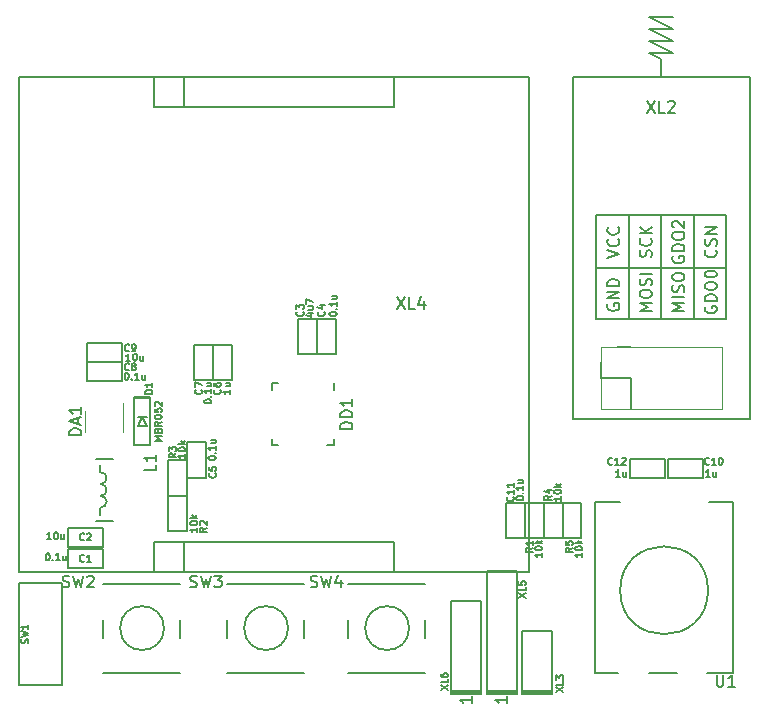
<source format=gbr>
G04 #@! TF.FileFunction,Legend,Top*
%FSLAX46Y46*%
G04 Gerber Fmt 4.6, Leading zero omitted, Abs format (unit mm)*
G04 Created by KiCad (PCBNEW 4.0.2-stable) date 22/10/2018 19:31:19*
%MOMM*%
G01*
G04 APERTURE LIST*
%ADD10C,0.100000*%
%ADD11C,0.150000*%
%ADD12C,0.120000*%
%ADD13C,0.149860*%
G04 APERTURE END LIST*
D10*
D11*
X96390000Y-37800000D02*
X96390000Y-79710000D01*
X53210000Y-37800000D02*
X53210000Y-79710000D01*
X67180000Y-77170000D02*
X67180000Y-79710000D01*
X64640000Y-79710000D02*
X64640000Y-77170000D01*
X64640000Y-77170000D02*
X84960000Y-77170000D01*
X84960000Y-77170000D02*
X84960000Y-79710000D01*
X67180000Y-37800000D02*
X67180000Y-40340000D01*
X74800000Y-79710000D02*
X53210000Y-79710000D01*
X53210000Y-37800000D02*
X64640000Y-37800000D01*
X74800000Y-79710000D02*
X96390000Y-79710000D01*
X96390000Y-37800000D02*
X84960000Y-37800000D01*
X64640000Y-37800000D02*
X64640000Y-40340000D01*
X64640000Y-40340000D02*
X84960000Y-40340000D01*
X84960000Y-40340000D02*
X84960000Y-37800000D01*
X84960000Y-37800000D02*
X64640000Y-37800000D01*
X57300000Y-78600000D02*
X57300000Y-77800000D01*
X57300000Y-77800000D02*
X60300000Y-77800000D01*
X60300000Y-77800000D02*
X60300000Y-79400000D01*
X60300000Y-79400000D02*
X57300000Y-79400000D01*
X57300000Y-79400000D02*
X57300000Y-78600000D01*
X57300000Y-76800000D02*
X57300000Y-76000000D01*
X57300000Y-76000000D02*
X60300000Y-76000000D01*
X60300000Y-76000000D02*
X60300000Y-77600000D01*
X60300000Y-77600000D02*
X57300000Y-77600000D01*
X57300000Y-77600000D02*
X57300000Y-76800000D01*
X77600000Y-61300000D02*
X76800000Y-61300000D01*
X76800000Y-61300000D02*
X76800000Y-58300000D01*
X76800000Y-58300000D02*
X78400000Y-58300000D01*
X78400000Y-58300000D02*
X78400000Y-61300000D01*
X78400000Y-61300000D02*
X77600000Y-61300000D01*
X79200000Y-61300000D02*
X78400000Y-61300000D01*
X78400000Y-61300000D02*
X78400000Y-58300000D01*
X78400000Y-58300000D02*
X80000000Y-58300000D01*
X80000000Y-58300000D02*
X80000000Y-61300000D01*
X80000000Y-61300000D02*
X79200000Y-61300000D01*
X68200000Y-68750000D02*
X69000000Y-68750000D01*
X69000000Y-68750000D02*
X69000000Y-71750000D01*
X69000000Y-71750000D02*
X67400000Y-71750000D01*
X67400000Y-71750000D02*
X67400000Y-68750000D01*
X67400000Y-68750000D02*
X68200000Y-68750000D01*
X70400000Y-63500000D02*
X69600000Y-63500000D01*
X69600000Y-63500000D02*
X69600000Y-60500000D01*
X69600000Y-60500000D02*
X71200000Y-60500000D01*
X71200000Y-60500000D02*
X71200000Y-63500000D01*
X71200000Y-63500000D02*
X70400000Y-63500000D01*
X68800000Y-63500000D02*
X68000000Y-63500000D01*
X68000000Y-63500000D02*
X68000000Y-60500000D01*
X68000000Y-60500000D02*
X69600000Y-60500000D01*
X69600000Y-60500000D02*
X69600000Y-63500000D01*
X69600000Y-63500000D02*
X68800000Y-63500000D01*
X61900000Y-62800000D02*
X61900000Y-63600000D01*
X61900000Y-63600000D02*
X58900000Y-63600000D01*
X58900000Y-63600000D02*
X58900000Y-62000000D01*
X58900000Y-62000000D02*
X61900000Y-62000000D01*
X61900000Y-62000000D02*
X61900000Y-62800000D01*
X61900000Y-61200000D02*
X61900000Y-62000000D01*
X61900000Y-62000000D02*
X58900000Y-62000000D01*
X58900000Y-62000000D02*
X58900000Y-60400000D01*
X58900000Y-60400000D02*
X61900000Y-60400000D01*
X61900000Y-60400000D02*
X61900000Y-61200000D01*
X111100000Y-71000000D02*
X111100000Y-71800000D01*
X111100000Y-71800000D02*
X108100000Y-71800000D01*
X108100000Y-71800000D02*
X108100000Y-70200000D01*
X108100000Y-70200000D02*
X111100000Y-70200000D01*
X111100000Y-70200000D02*
X111100000Y-71000000D01*
X95200000Y-73900000D02*
X96000000Y-73900000D01*
X96000000Y-73900000D02*
X96000000Y-76900000D01*
X96000000Y-76900000D02*
X94400000Y-76900000D01*
X94400000Y-76900000D02*
X94400000Y-73900000D01*
X94400000Y-73900000D02*
X95200000Y-73900000D01*
X104900000Y-71000000D02*
X104900000Y-70200000D01*
X104900000Y-70200000D02*
X107900000Y-70200000D01*
X107900000Y-70200000D02*
X107900000Y-71800000D01*
X107900000Y-71800000D02*
X104900000Y-71800000D01*
X104900000Y-71800000D02*
X104900000Y-71000000D01*
X64300000Y-65000000D02*
X64300000Y-64900000D01*
X64300000Y-64900000D02*
X62900000Y-64900000D01*
X62900000Y-64900000D02*
X62900000Y-65000000D01*
X64300000Y-65000000D02*
X64300000Y-69000000D01*
X64300000Y-69000000D02*
X62900000Y-69000000D01*
X62900000Y-69000000D02*
X62900000Y-65000000D01*
X62900000Y-65000000D02*
X64300000Y-65000000D01*
X63219000Y-66619000D02*
X63981000Y-66619000D01*
X63600000Y-67381000D02*
X63981000Y-67381000D01*
X63981000Y-67381000D02*
X63600000Y-66619000D01*
X63600000Y-66619000D02*
X63219000Y-67381000D01*
X63219000Y-67381000D02*
X63600000Y-67381000D01*
X79825000Y-69025000D02*
X79300000Y-69025000D01*
X74575000Y-63775000D02*
X75100000Y-63775000D01*
X74575000Y-69025000D02*
X75100000Y-69025000D01*
X79825000Y-63775000D02*
X79825000Y-64300000D01*
X74575000Y-63775000D02*
X74575000Y-64300000D01*
X74575000Y-69025000D02*
X74575000Y-68500000D01*
X79825000Y-69025000D02*
X79825000Y-68500000D01*
X60000000Y-74300000D02*
X60000000Y-74900000D01*
X60000000Y-70700000D02*
X60000000Y-71300000D01*
X60100000Y-74300000D02*
G75*
G03X60600000Y-73800000I0J500000D01*
G01*
X60600000Y-73800000D02*
G75*
G03X60100000Y-73300000I-500000J0D01*
G01*
X60100000Y-73300000D02*
G75*
G03X60600000Y-72800000I0J500000D01*
G01*
X60600000Y-72800000D02*
G75*
G03X60100000Y-72300000I-500000J0D01*
G01*
X60100000Y-72300000D02*
G75*
G03X60600000Y-71800000I0J500000D01*
G01*
X60600000Y-71800000D02*
G75*
G03X60100000Y-71300000I-500000J0D01*
G01*
X61100000Y-70200000D02*
X59700000Y-70200000D01*
X61100000Y-75400000D02*
X59700000Y-75400000D01*
X56800000Y-89300000D02*
X53200000Y-89300000D01*
X53200000Y-89300000D02*
X53200000Y-80700000D01*
X53200000Y-80700000D02*
X56800000Y-80700000D01*
X56800000Y-80700000D02*
X56800000Y-89300000D01*
X65460108Y-84500000D02*
G75*
G03X65460108Y-84500000I-1860108J0D01*
G01*
X60300000Y-88300000D02*
X66800000Y-88300000D01*
X60300000Y-80800000D02*
X66800000Y-80800000D01*
X60300000Y-83800000D02*
X60300000Y-85300000D01*
X66800000Y-83800000D02*
X66800000Y-85300000D01*
X75960108Y-84500000D02*
G75*
G03X75960108Y-84500000I-1860108J0D01*
G01*
X70800000Y-88300000D02*
X77300000Y-88300000D01*
X70800000Y-80800000D02*
X77300000Y-80800000D01*
X70800000Y-83800000D02*
X70800000Y-85300000D01*
X77300000Y-83800000D02*
X77300000Y-85300000D01*
X86210108Y-84500000D02*
G75*
G03X86210108Y-84500000I-1860108J0D01*
G01*
X81050000Y-88300000D02*
X87550000Y-88300000D01*
X81050000Y-80800000D02*
X87550000Y-80800000D01*
X81050000Y-83800000D02*
X81050000Y-85300000D01*
X87550000Y-83800000D02*
X87550000Y-85300000D01*
X111520215Y-81300000D02*
G75*
G03X111520215Y-81300000I-3720215J0D01*
G01*
X101950000Y-88300000D02*
X103900000Y-88300000D01*
X108900000Y-88300000D02*
X106550000Y-88300000D01*
X113650000Y-88300000D02*
X111450000Y-88300000D01*
X113650000Y-73800000D02*
X111600000Y-73800000D01*
X101950000Y-73800000D02*
X104100000Y-73800000D01*
X101950000Y-88300000D02*
X101950000Y-81300000D01*
X113650000Y-88300000D02*
X113650000Y-81300000D01*
X101950000Y-81300000D02*
X101950000Y-73800000D01*
X113650000Y-81250000D02*
X113650000Y-73800000D01*
X113650000Y-81250000D02*
X113650000Y-81300000D01*
X110300000Y-50300000D02*
X110300000Y-49550000D01*
X107550000Y-50300000D02*
X107550000Y-49550000D01*
X104800000Y-50300000D02*
X104800000Y-49550000D01*
X102050000Y-50300000D02*
X102050000Y-49550000D01*
X113050000Y-50300000D02*
X113050000Y-49800000D01*
X113050000Y-49800000D02*
X113050000Y-49550000D01*
X102050000Y-49550000D02*
X113050000Y-49550000D01*
X102050000Y-54050000D02*
X113050000Y-54050000D01*
X110300000Y-58300000D02*
X110300000Y-50550000D01*
X110300000Y-50550000D02*
X110300000Y-50300000D01*
X104800000Y-58300000D02*
X104800000Y-50550000D01*
X104800000Y-50550000D02*
X104800000Y-50300000D01*
X107550000Y-58300000D02*
X107550000Y-50300000D01*
X102050000Y-58300000D02*
X102050000Y-50300000D01*
X102050000Y-58300000D02*
X113050000Y-58300000D01*
X113050000Y-58300000D02*
X113050000Y-50300000D01*
X106550000Y-32800000D02*
X108550000Y-32800000D01*
X108550000Y-33800000D02*
X106550000Y-32800000D01*
X108550000Y-33800000D02*
X107050000Y-33800000D01*
X107050000Y-33800000D02*
X106550000Y-33800000D01*
X106550000Y-34800000D02*
X108550000Y-34800000D01*
X108550000Y-34800000D02*
X106550000Y-33800000D01*
X108550000Y-35800000D02*
X106550000Y-34800000D01*
X107550000Y-36300000D02*
X106550000Y-35800000D01*
X106550000Y-35800000D02*
X108550000Y-35800000D01*
X107550000Y-37800000D02*
X107550000Y-36300000D01*
X100050000Y-41800000D02*
X100050000Y-37800000D01*
X100050000Y-37800000D02*
X115050000Y-37800000D01*
X115050000Y-37800000D02*
X115050000Y-41800000D01*
X115050000Y-63300000D02*
X115050000Y-41800000D01*
X115050000Y-63300000D02*
X115050000Y-66800000D01*
X115050000Y-66800000D02*
X114050000Y-66800000D01*
X107550000Y-66800000D02*
X100050000Y-66800000D01*
X100050000Y-66800000D02*
X100050000Y-41800000D01*
X114050000Y-66800000D02*
X107550000Y-66800000D01*
X105030000Y-65920000D02*
X105030000Y-63340000D01*
X105030000Y-63340000D02*
X102430000Y-63330000D01*
X105040000Y-60720000D02*
X103780000Y-60720000D01*
X102440000Y-63310000D02*
X102440000Y-62010000D01*
D12*
X105040000Y-60720000D02*
X112720000Y-60720000D01*
X112720000Y-60720000D02*
X112720000Y-65920000D01*
X112720000Y-65920000D02*
X102440000Y-65920000D01*
X102440000Y-65920000D02*
X102440000Y-63320000D01*
X103770000Y-60720000D02*
X102440000Y-60720000D01*
X102440000Y-60720000D02*
X102440000Y-61990000D01*
D11*
X98320000Y-84740000D02*
X98320000Y-89820000D01*
X95780000Y-84740000D02*
X95780000Y-89820000D01*
X98320000Y-89947000D02*
X98320000Y-89820000D01*
X95780000Y-89820000D02*
X95780000Y-90074000D01*
X95780000Y-90074000D02*
X98320000Y-90074000D01*
X98320000Y-90074000D02*
X98320000Y-89947000D01*
X98320000Y-89947000D02*
X95907000Y-89947000D01*
X95780000Y-84740000D02*
X98320000Y-84740000D01*
X98320000Y-89820000D02*
X95780000Y-89820000D01*
X95320000Y-89820000D02*
X95320000Y-90074000D01*
X95320000Y-90074000D02*
X92780000Y-90074000D01*
X92780000Y-90074000D02*
X92780000Y-89820000D01*
X92780000Y-89820000D02*
X92780000Y-89947000D01*
X92780000Y-89947000D02*
X95320000Y-89947000D01*
X92780000Y-89820000D02*
X92780000Y-79660000D01*
X92780000Y-79660000D02*
X95320000Y-79660000D01*
X95320000Y-79660000D02*
X95320000Y-89820000D01*
X95320000Y-89820000D02*
X92780000Y-89820000D01*
X92320000Y-89820000D02*
X92320000Y-82200000D01*
X89780000Y-89820000D02*
X89780000Y-82200000D01*
X92320000Y-89820000D02*
X92320000Y-90074000D01*
X92320000Y-90074000D02*
X89780000Y-90074000D01*
X89780000Y-90074000D02*
X89780000Y-89820000D01*
X89780000Y-89820000D02*
X89780000Y-89947000D01*
X89780000Y-89947000D02*
X92320000Y-89947000D01*
X89780000Y-82200000D02*
X92320000Y-82200000D01*
X92320000Y-89820000D02*
X89780000Y-89820000D01*
D12*
X58790000Y-66100000D02*
X58790000Y-67900000D01*
X62010000Y-67900000D02*
X62010000Y-65450000D01*
D11*
X96800000Y-73900000D02*
X97600000Y-73900000D01*
X97600000Y-73900000D02*
X97600000Y-76900000D01*
X97600000Y-76900000D02*
X96000000Y-76900000D01*
X96000000Y-76900000D02*
X96000000Y-73900000D01*
X96000000Y-73900000D02*
X96800000Y-73900000D01*
X66600000Y-76300000D02*
X65800000Y-76300000D01*
X65800000Y-76300000D02*
X65800000Y-73300000D01*
X65800000Y-73300000D02*
X67400000Y-73300000D01*
X67400000Y-73300000D02*
X67400000Y-76300000D01*
X67400000Y-76300000D02*
X66600000Y-76300000D01*
X66600000Y-73300000D02*
X65800000Y-73300000D01*
X65800000Y-73300000D02*
X65800000Y-70300000D01*
X65800000Y-70300000D02*
X67400000Y-70300000D01*
X67400000Y-70300000D02*
X67400000Y-73300000D01*
X67400000Y-73300000D02*
X66600000Y-73300000D01*
X98400000Y-73900000D02*
X99200000Y-73900000D01*
X99200000Y-73900000D02*
X99200000Y-76900000D01*
X99200000Y-76900000D02*
X97600000Y-76900000D01*
X97600000Y-76900000D02*
X97600000Y-73900000D01*
X97600000Y-73900000D02*
X98400000Y-73900000D01*
X100000000Y-73900000D02*
X100800000Y-73900000D01*
X100800000Y-73900000D02*
X100800000Y-76900000D01*
X100800000Y-76900000D02*
X99200000Y-76900000D01*
X99200000Y-76900000D02*
X99200000Y-73900000D01*
X99200000Y-73900000D02*
X100000000Y-73900000D01*
X85185714Y-56452381D02*
X85852381Y-57452381D01*
X85852381Y-56452381D02*
X85185714Y-57452381D01*
X86709524Y-57452381D02*
X86233333Y-57452381D01*
X86233333Y-56452381D01*
X87471429Y-56785714D02*
X87471429Y-57452381D01*
X87233333Y-56404762D02*
X86995238Y-57119048D01*
X87614286Y-57119048D01*
X58700000Y-78814286D02*
X58671429Y-78842857D01*
X58585715Y-78871429D01*
X58528572Y-78871429D01*
X58442857Y-78842857D01*
X58385715Y-78785714D01*
X58357143Y-78728571D01*
X58328572Y-78614286D01*
X58328572Y-78528571D01*
X58357143Y-78414286D01*
X58385715Y-78357143D01*
X58442857Y-78300000D01*
X58528572Y-78271429D01*
X58585715Y-78271429D01*
X58671429Y-78300000D01*
X58700000Y-78328571D01*
X59271429Y-78871429D02*
X58928572Y-78871429D01*
X59100000Y-78871429D02*
X59100000Y-78271429D01*
X59042857Y-78357143D01*
X58985715Y-78414286D01*
X58928572Y-78442857D01*
X55571429Y-78171429D02*
X55628572Y-78171429D01*
X55685715Y-78200000D01*
X55714286Y-78228571D01*
X55742857Y-78285714D01*
X55771429Y-78400000D01*
X55771429Y-78542857D01*
X55742857Y-78657143D01*
X55714286Y-78714286D01*
X55685715Y-78742857D01*
X55628572Y-78771429D01*
X55571429Y-78771429D01*
X55514286Y-78742857D01*
X55485715Y-78714286D01*
X55457143Y-78657143D01*
X55428572Y-78542857D01*
X55428572Y-78400000D01*
X55457143Y-78285714D01*
X55485715Y-78228571D01*
X55514286Y-78200000D01*
X55571429Y-78171429D01*
X56028572Y-78714286D02*
X56057144Y-78742857D01*
X56028572Y-78771429D01*
X56000001Y-78742857D01*
X56028572Y-78714286D01*
X56028572Y-78771429D01*
X56628572Y-78771429D02*
X56285715Y-78771429D01*
X56457143Y-78771429D02*
X56457143Y-78171429D01*
X56400000Y-78257143D01*
X56342858Y-78314286D01*
X56285715Y-78342857D01*
X57142858Y-78371429D02*
X57142858Y-78771429D01*
X56885715Y-78371429D02*
X56885715Y-78685714D01*
X56914287Y-78742857D01*
X56971429Y-78771429D01*
X57057144Y-78771429D01*
X57114287Y-78742857D01*
X57142858Y-78714286D01*
X58700000Y-77014286D02*
X58671429Y-77042857D01*
X58585715Y-77071429D01*
X58528572Y-77071429D01*
X58442857Y-77042857D01*
X58385715Y-76985714D01*
X58357143Y-76928571D01*
X58328572Y-76814286D01*
X58328572Y-76728571D01*
X58357143Y-76614286D01*
X58385715Y-76557143D01*
X58442857Y-76500000D01*
X58528572Y-76471429D01*
X58585715Y-76471429D01*
X58671429Y-76500000D01*
X58700000Y-76528571D01*
X58928572Y-76528571D02*
X58957143Y-76500000D01*
X59014286Y-76471429D01*
X59157143Y-76471429D01*
X59214286Y-76500000D01*
X59242857Y-76528571D01*
X59271429Y-76585714D01*
X59271429Y-76642857D01*
X59242857Y-76728571D01*
X58900000Y-77071429D01*
X59271429Y-77071429D01*
X55914286Y-76971429D02*
X55571429Y-76971429D01*
X55742857Y-76971429D02*
X55742857Y-76371429D01*
X55685714Y-76457143D01*
X55628572Y-76514286D01*
X55571429Y-76542857D01*
X56285715Y-76371429D02*
X56342858Y-76371429D01*
X56400001Y-76400000D01*
X56428572Y-76428571D01*
X56457143Y-76485714D01*
X56485715Y-76600000D01*
X56485715Y-76742857D01*
X56457143Y-76857143D01*
X56428572Y-76914286D01*
X56400001Y-76942857D01*
X56342858Y-76971429D01*
X56285715Y-76971429D01*
X56228572Y-76942857D01*
X56200001Y-76914286D01*
X56171429Y-76857143D01*
X56142858Y-76742857D01*
X56142858Y-76600000D01*
X56171429Y-76485714D01*
X56200001Y-76428571D01*
X56228572Y-76400000D01*
X56285715Y-76371429D01*
X57000001Y-76571429D02*
X57000001Y-76971429D01*
X56742858Y-76571429D02*
X56742858Y-76885714D01*
X56771430Y-76942857D01*
X56828572Y-76971429D01*
X56914287Y-76971429D01*
X56971430Y-76942857D01*
X57000001Y-76914286D01*
X77214286Y-57700000D02*
X77242857Y-57728571D01*
X77271429Y-57814285D01*
X77271429Y-57871428D01*
X77242857Y-57957143D01*
X77185714Y-58014285D01*
X77128571Y-58042857D01*
X77014286Y-58071428D01*
X76928571Y-58071428D01*
X76814286Y-58042857D01*
X76757143Y-58014285D01*
X76700000Y-57957143D01*
X76671429Y-57871428D01*
X76671429Y-57814285D01*
X76700000Y-57728571D01*
X76728571Y-57700000D01*
X76671429Y-57500000D02*
X76671429Y-57128571D01*
X76900000Y-57328571D01*
X76900000Y-57242857D01*
X76928571Y-57185714D01*
X76957143Y-57157143D01*
X77014286Y-57128571D01*
X77157143Y-57128571D01*
X77214286Y-57157143D01*
X77242857Y-57185714D01*
X77271429Y-57242857D01*
X77271429Y-57414285D01*
X77242857Y-57471428D01*
X77214286Y-57500000D01*
X77671429Y-57842857D02*
X78071429Y-57842857D01*
X77442857Y-57985714D02*
X77871429Y-58128571D01*
X77871429Y-57757143D01*
X77671429Y-57271428D02*
X78071429Y-57271428D01*
X77671429Y-57528571D02*
X77985714Y-57528571D01*
X78042857Y-57499999D01*
X78071429Y-57442857D01*
X78071429Y-57357142D01*
X78042857Y-57299999D01*
X78014286Y-57271428D01*
X77471429Y-57042857D02*
X77471429Y-56642857D01*
X78071429Y-56900000D01*
X79014286Y-57700000D02*
X79042857Y-57728571D01*
X79071429Y-57814285D01*
X79071429Y-57871428D01*
X79042857Y-57957143D01*
X78985714Y-58014285D01*
X78928571Y-58042857D01*
X78814286Y-58071428D01*
X78728571Y-58071428D01*
X78614286Y-58042857D01*
X78557143Y-58014285D01*
X78500000Y-57957143D01*
X78471429Y-57871428D01*
X78471429Y-57814285D01*
X78500000Y-57728571D01*
X78528571Y-57700000D01*
X78671429Y-57185714D02*
X79071429Y-57185714D01*
X78442857Y-57328571D02*
X78871429Y-57471428D01*
X78871429Y-57100000D01*
X79471429Y-57928571D02*
X79471429Y-57871428D01*
X79500000Y-57814285D01*
X79528571Y-57785714D01*
X79585714Y-57757143D01*
X79700000Y-57728571D01*
X79842857Y-57728571D01*
X79957143Y-57757143D01*
X80014286Y-57785714D01*
X80042857Y-57814285D01*
X80071429Y-57871428D01*
X80071429Y-57928571D01*
X80042857Y-57985714D01*
X80014286Y-58014285D01*
X79957143Y-58042857D01*
X79842857Y-58071428D01*
X79700000Y-58071428D01*
X79585714Y-58042857D01*
X79528571Y-58014285D01*
X79500000Y-57985714D01*
X79471429Y-57928571D01*
X80014286Y-57471428D02*
X80042857Y-57442856D01*
X80071429Y-57471428D01*
X80042857Y-57499999D01*
X80014286Y-57471428D01*
X80071429Y-57471428D01*
X80071429Y-56871428D02*
X80071429Y-57214285D01*
X80071429Y-57042857D02*
X79471429Y-57042857D01*
X79557143Y-57100000D01*
X79614286Y-57157142D01*
X79642857Y-57214285D01*
X79671429Y-56357142D02*
X80071429Y-56357142D01*
X79671429Y-56614285D02*
X79985714Y-56614285D01*
X80042857Y-56585713D01*
X80071429Y-56528571D01*
X80071429Y-56442856D01*
X80042857Y-56385713D01*
X80014286Y-56357142D01*
X69814286Y-71400000D02*
X69842857Y-71428571D01*
X69871429Y-71514285D01*
X69871429Y-71571428D01*
X69842857Y-71657143D01*
X69785714Y-71714285D01*
X69728571Y-71742857D01*
X69614286Y-71771428D01*
X69528571Y-71771428D01*
X69414286Y-71742857D01*
X69357143Y-71714285D01*
X69300000Y-71657143D01*
X69271429Y-71571428D01*
X69271429Y-71514285D01*
X69300000Y-71428571D01*
X69328571Y-71400000D01*
X69271429Y-70857143D02*
X69271429Y-71142857D01*
X69557143Y-71171428D01*
X69528571Y-71142857D01*
X69500000Y-71085714D01*
X69500000Y-70942857D01*
X69528571Y-70885714D01*
X69557143Y-70857143D01*
X69614286Y-70828571D01*
X69757143Y-70828571D01*
X69814286Y-70857143D01*
X69842857Y-70885714D01*
X69871429Y-70942857D01*
X69871429Y-71085714D01*
X69842857Y-71142857D01*
X69814286Y-71171428D01*
X69221429Y-70128571D02*
X69221429Y-70071428D01*
X69250000Y-70014285D01*
X69278571Y-69985714D01*
X69335714Y-69957143D01*
X69450000Y-69928571D01*
X69592857Y-69928571D01*
X69707143Y-69957143D01*
X69764286Y-69985714D01*
X69792857Y-70014285D01*
X69821429Y-70071428D01*
X69821429Y-70128571D01*
X69792857Y-70185714D01*
X69764286Y-70214285D01*
X69707143Y-70242857D01*
X69592857Y-70271428D01*
X69450000Y-70271428D01*
X69335714Y-70242857D01*
X69278571Y-70214285D01*
X69250000Y-70185714D01*
X69221429Y-70128571D01*
X69764286Y-69671428D02*
X69792857Y-69642856D01*
X69821429Y-69671428D01*
X69792857Y-69699999D01*
X69764286Y-69671428D01*
X69821429Y-69671428D01*
X69821429Y-69071428D02*
X69821429Y-69414285D01*
X69821429Y-69242857D02*
X69221429Y-69242857D01*
X69307143Y-69300000D01*
X69364286Y-69357142D01*
X69392857Y-69414285D01*
X69421429Y-68557142D02*
X69821429Y-68557142D01*
X69421429Y-68814285D02*
X69735714Y-68814285D01*
X69792857Y-68785713D01*
X69821429Y-68728571D01*
X69821429Y-68642856D01*
X69792857Y-68585713D01*
X69764286Y-68557142D01*
X70214286Y-64300000D02*
X70242857Y-64328571D01*
X70271429Y-64414285D01*
X70271429Y-64471428D01*
X70242857Y-64557143D01*
X70185714Y-64614285D01*
X70128571Y-64642857D01*
X70014286Y-64671428D01*
X69928571Y-64671428D01*
X69814286Y-64642857D01*
X69757143Y-64614285D01*
X69700000Y-64557143D01*
X69671429Y-64471428D01*
X69671429Y-64414285D01*
X69700000Y-64328571D01*
X69728571Y-64300000D01*
X69671429Y-63785714D02*
X69671429Y-63900000D01*
X69700000Y-63957143D01*
X69728571Y-63985714D01*
X69814286Y-64042857D01*
X69928571Y-64071428D01*
X70157143Y-64071428D01*
X70214286Y-64042857D01*
X70242857Y-64014285D01*
X70271429Y-63957143D01*
X70271429Y-63842857D01*
X70242857Y-63785714D01*
X70214286Y-63757143D01*
X70157143Y-63728571D01*
X70014286Y-63728571D01*
X69957143Y-63757143D01*
X69928571Y-63785714D01*
X69900000Y-63842857D01*
X69900000Y-63957143D01*
X69928571Y-64014285D01*
X69957143Y-64042857D01*
X70014286Y-64071428D01*
X71071429Y-64300000D02*
X71071429Y-64642857D01*
X71071429Y-64471429D02*
X70471429Y-64471429D01*
X70557143Y-64528572D01*
X70614286Y-64585714D01*
X70642857Y-64642857D01*
X70671429Y-63785714D02*
X71071429Y-63785714D01*
X70671429Y-64042857D02*
X70985714Y-64042857D01*
X71042857Y-64014285D01*
X71071429Y-63957143D01*
X71071429Y-63871428D01*
X71042857Y-63814285D01*
X71014286Y-63785714D01*
X68614286Y-64300000D02*
X68642857Y-64328571D01*
X68671429Y-64414285D01*
X68671429Y-64471428D01*
X68642857Y-64557143D01*
X68585714Y-64614285D01*
X68528571Y-64642857D01*
X68414286Y-64671428D01*
X68328571Y-64671428D01*
X68214286Y-64642857D01*
X68157143Y-64614285D01*
X68100000Y-64557143D01*
X68071429Y-64471428D01*
X68071429Y-64414285D01*
X68100000Y-64328571D01*
X68128571Y-64300000D01*
X68071429Y-64100000D02*
X68071429Y-63700000D01*
X68671429Y-63957143D01*
X68871429Y-65328571D02*
X68871429Y-65271428D01*
X68900000Y-65214285D01*
X68928571Y-65185714D01*
X68985714Y-65157143D01*
X69100000Y-65128571D01*
X69242857Y-65128571D01*
X69357143Y-65157143D01*
X69414286Y-65185714D01*
X69442857Y-65214285D01*
X69471429Y-65271428D01*
X69471429Y-65328571D01*
X69442857Y-65385714D01*
X69414286Y-65414285D01*
X69357143Y-65442857D01*
X69242857Y-65471428D01*
X69100000Y-65471428D01*
X68985714Y-65442857D01*
X68928571Y-65414285D01*
X68900000Y-65385714D01*
X68871429Y-65328571D01*
X69414286Y-64871428D02*
X69442857Y-64842856D01*
X69471429Y-64871428D01*
X69442857Y-64899999D01*
X69414286Y-64871428D01*
X69471429Y-64871428D01*
X69471429Y-64271428D02*
X69471429Y-64614285D01*
X69471429Y-64442857D02*
X68871429Y-64442857D01*
X68957143Y-64500000D01*
X69014286Y-64557142D01*
X69042857Y-64614285D01*
X69071429Y-63757142D02*
X69471429Y-63757142D01*
X69071429Y-64014285D02*
X69385714Y-64014285D01*
X69442857Y-63985713D01*
X69471429Y-63928571D01*
X69471429Y-63842856D01*
X69442857Y-63785713D01*
X69414286Y-63757142D01*
X62500000Y-62614286D02*
X62471429Y-62642857D01*
X62385715Y-62671429D01*
X62328572Y-62671429D01*
X62242857Y-62642857D01*
X62185715Y-62585714D01*
X62157143Y-62528571D01*
X62128572Y-62414286D01*
X62128572Y-62328571D01*
X62157143Y-62214286D01*
X62185715Y-62157143D01*
X62242857Y-62100000D01*
X62328572Y-62071429D01*
X62385715Y-62071429D01*
X62471429Y-62100000D01*
X62500000Y-62128571D01*
X62842857Y-62328571D02*
X62785715Y-62300000D01*
X62757143Y-62271429D01*
X62728572Y-62214286D01*
X62728572Y-62185714D01*
X62757143Y-62128571D01*
X62785715Y-62100000D01*
X62842857Y-62071429D01*
X62957143Y-62071429D01*
X63014286Y-62100000D01*
X63042857Y-62128571D01*
X63071429Y-62185714D01*
X63071429Y-62214286D01*
X63042857Y-62271429D01*
X63014286Y-62300000D01*
X62957143Y-62328571D01*
X62842857Y-62328571D01*
X62785715Y-62357143D01*
X62757143Y-62385714D01*
X62728572Y-62442857D01*
X62728572Y-62557143D01*
X62757143Y-62614286D01*
X62785715Y-62642857D01*
X62842857Y-62671429D01*
X62957143Y-62671429D01*
X63014286Y-62642857D01*
X63042857Y-62614286D01*
X63071429Y-62557143D01*
X63071429Y-62442857D01*
X63042857Y-62385714D01*
X63014286Y-62357143D01*
X62957143Y-62328571D01*
X62271429Y-62871429D02*
X62328572Y-62871429D01*
X62385715Y-62900000D01*
X62414286Y-62928571D01*
X62442857Y-62985714D01*
X62471429Y-63100000D01*
X62471429Y-63242857D01*
X62442857Y-63357143D01*
X62414286Y-63414286D01*
X62385715Y-63442857D01*
X62328572Y-63471429D01*
X62271429Y-63471429D01*
X62214286Y-63442857D01*
X62185715Y-63414286D01*
X62157143Y-63357143D01*
X62128572Y-63242857D01*
X62128572Y-63100000D01*
X62157143Y-62985714D01*
X62185715Y-62928571D01*
X62214286Y-62900000D01*
X62271429Y-62871429D01*
X62728572Y-63414286D02*
X62757144Y-63442857D01*
X62728572Y-63471429D01*
X62700001Y-63442857D01*
X62728572Y-63414286D01*
X62728572Y-63471429D01*
X63328572Y-63471429D02*
X62985715Y-63471429D01*
X63157143Y-63471429D02*
X63157143Y-62871429D01*
X63100000Y-62957143D01*
X63042858Y-63014286D01*
X62985715Y-63042857D01*
X63842858Y-63071429D02*
X63842858Y-63471429D01*
X63585715Y-63071429D02*
X63585715Y-63385714D01*
X63614287Y-63442857D01*
X63671429Y-63471429D01*
X63757144Y-63471429D01*
X63814287Y-63442857D01*
X63842858Y-63414286D01*
X62500000Y-61014286D02*
X62471429Y-61042857D01*
X62385715Y-61071429D01*
X62328572Y-61071429D01*
X62242857Y-61042857D01*
X62185715Y-60985714D01*
X62157143Y-60928571D01*
X62128572Y-60814286D01*
X62128572Y-60728571D01*
X62157143Y-60614286D01*
X62185715Y-60557143D01*
X62242857Y-60500000D01*
X62328572Y-60471429D01*
X62385715Y-60471429D01*
X62471429Y-60500000D01*
X62500000Y-60528571D01*
X62785715Y-61071429D02*
X62900000Y-61071429D01*
X62957143Y-61042857D01*
X62985715Y-61014286D01*
X63042857Y-60928571D01*
X63071429Y-60814286D01*
X63071429Y-60585714D01*
X63042857Y-60528571D01*
X63014286Y-60500000D01*
X62957143Y-60471429D01*
X62842857Y-60471429D01*
X62785715Y-60500000D01*
X62757143Y-60528571D01*
X62728572Y-60585714D01*
X62728572Y-60728571D01*
X62757143Y-60785714D01*
X62785715Y-60814286D01*
X62842857Y-60842857D01*
X62957143Y-60842857D01*
X63014286Y-60814286D01*
X63042857Y-60785714D01*
X63071429Y-60728571D01*
X62614286Y-61871429D02*
X62271429Y-61871429D01*
X62442857Y-61871429D02*
X62442857Y-61271429D01*
X62385714Y-61357143D01*
X62328572Y-61414286D01*
X62271429Y-61442857D01*
X62985715Y-61271429D02*
X63042858Y-61271429D01*
X63100001Y-61300000D01*
X63128572Y-61328571D01*
X63157143Y-61385714D01*
X63185715Y-61500000D01*
X63185715Y-61642857D01*
X63157143Y-61757143D01*
X63128572Y-61814286D01*
X63100001Y-61842857D01*
X63042858Y-61871429D01*
X62985715Y-61871429D01*
X62928572Y-61842857D01*
X62900001Y-61814286D01*
X62871429Y-61757143D01*
X62842858Y-61642857D01*
X62842858Y-61500000D01*
X62871429Y-61385714D01*
X62900001Y-61328571D01*
X62928572Y-61300000D01*
X62985715Y-61271429D01*
X63700001Y-61471429D02*
X63700001Y-61871429D01*
X63442858Y-61471429D02*
X63442858Y-61785714D01*
X63471430Y-61842857D01*
X63528572Y-61871429D01*
X63614287Y-61871429D01*
X63671430Y-61842857D01*
X63700001Y-61814286D01*
X111614285Y-70614286D02*
X111585714Y-70642857D01*
X111500000Y-70671429D01*
X111442857Y-70671429D01*
X111357142Y-70642857D01*
X111300000Y-70585714D01*
X111271428Y-70528571D01*
X111242857Y-70414286D01*
X111242857Y-70328571D01*
X111271428Y-70214286D01*
X111300000Y-70157143D01*
X111357142Y-70100000D01*
X111442857Y-70071429D01*
X111500000Y-70071429D01*
X111585714Y-70100000D01*
X111614285Y-70128571D01*
X112185714Y-70671429D02*
X111842857Y-70671429D01*
X112014285Y-70671429D02*
X112014285Y-70071429D01*
X111957142Y-70157143D01*
X111900000Y-70214286D01*
X111842857Y-70242857D01*
X112557143Y-70071429D02*
X112614286Y-70071429D01*
X112671429Y-70100000D01*
X112700000Y-70128571D01*
X112728571Y-70185714D01*
X112757143Y-70300000D01*
X112757143Y-70442857D01*
X112728571Y-70557143D01*
X112700000Y-70614286D01*
X112671429Y-70642857D01*
X112614286Y-70671429D01*
X112557143Y-70671429D01*
X112500000Y-70642857D01*
X112471429Y-70614286D01*
X112442857Y-70557143D01*
X112414286Y-70442857D01*
X112414286Y-70300000D01*
X112442857Y-70185714D01*
X112471429Y-70128571D01*
X112500000Y-70100000D01*
X112557143Y-70071429D01*
X111700000Y-71671429D02*
X111357143Y-71671429D01*
X111528571Y-71671429D02*
X111528571Y-71071429D01*
X111471428Y-71157143D01*
X111414286Y-71214286D01*
X111357143Y-71242857D01*
X112214286Y-71271429D02*
X112214286Y-71671429D01*
X111957143Y-71271429D02*
X111957143Y-71585714D01*
X111985715Y-71642857D01*
X112042857Y-71671429D01*
X112128572Y-71671429D01*
X112185715Y-71642857D01*
X112214286Y-71614286D01*
X95014286Y-73385715D02*
X95042857Y-73414286D01*
X95071429Y-73500000D01*
X95071429Y-73557143D01*
X95042857Y-73642858D01*
X94985714Y-73700000D01*
X94928571Y-73728572D01*
X94814286Y-73757143D01*
X94728571Y-73757143D01*
X94614286Y-73728572D01*
X94557143Y-73700000D01*
X94500000Y-73642858D01*
X94471429Y-73557143D01*
X94471429Y-73500000D01*
X94500000Y-73414286D01*
X94528571Y-73385715D01*
X95071429Y-72814286D02*
X95071429Y-73157143D01*
X95071429Y-72985715D02*
X94471429Y-72985715D01*
X94557143Y-73042858D01*
X94614286Y-73100000D01*
X94642857Y-73157143D01*
X95071429Y-72242857D02*
X95071429Y-72585714D01*
X95071429Y-72414286D02*
X94471429Y-72414286D01*
X94557143Y-72471429D01*
X94614286Y-72528571D01*
X94642857Y-72585714D01*
X95271429Y-73528571D02*
X95271429Y-73471428D01*
X95300000Y-73414285D01*
X95328571Y-73385714D01*
X95385714Y-73357143D01*
X95500000Y-73328571D01*
X95642857Y-73328571D01*
X95757143Y-73357143D01*
X95814286Y-73385714D01*
X95842857Y-73414285D01*
X95871429Y-73471428D01*
X95871429Y-73528571D01*
X95842857Y-73585714D01*
X95814286Y-73614285D01*
X95757143Y-73642857D01*
X95642857Y-73671428D01*
X95500000Y-73671428D01*
X95385714Y-73642857D01*
X95328571Y-73614285D01*
X95300000Y-73585714D01*
X95271429Y-73528571D01*
X95814286Y-73071428D02*
X95842857Y-73042856D01*
X95871429Y-73071428D01*
X95842857Y-73099999D01*
X95814286Y-73071428D01*
X95871429Y-73071428D01*
X95871429Y-72471428D02*
X95871429Y-72814285D01*
X95871429Y-72642857D02*
X95271429Y-72642857D01*
X95357143Y-72700000D01*
X95414286Y-72757142D01*
X95442857Y-72814285D01*
X95471429Y-71957142D02*
X95871429Y-71957142D01*
X95471429Y-72214285D02*
X95785714Y-72214285D01*
X95842857Y-72185713D01*
X95871429Y-72128571D01*
X95871429Y-72042856D01*
X95842857Y-71985713D01*
X95814286Y-71957142D01*
X103414285Y-70614286D02*
X103385714Y-70642857D01*
X103300000Y-70671429D01*
X103242857Y-70671429D01*
X103157142Y-70642857D01*
X103100000Y-70585714D01*
X103071428Y-70528571D01*
X103042857Y-70414286D01*
X103042857Y-70328571D01*
X103071428Y-70214286D01*
X103100000Y-70157143D01*
X103157142Y-70100000D01*
X103242857Y-70071429D01*
X103300000Y-70071429D01*
X103385714Y-70100000D01*
X103414285Y-70128571D01*
X103985714Y-70671429D02*
X103642857Y-70671429D01*
X103814285Y-70671429D02*
X103814285Y-70071429D01*
X103757142Y-70157143D01*
X103700000Y-70214286D01*
X103642857Y-70242857D01*
X104214286Y-70128571D02*
X104242857Y-70100000D01*
X104300000Y-70071429D01*
X104442857Y-70071429D01*
X104500000Y-70100000D01*
X104528571Y-70128571D01*
X104557143Y-70185714D01*
X104557143Y-70242857D01*
X104528571Y-70328571D01*
X104185714Y-70671429D01*
X104557143Y-70671429D01*
X104100000Y-71671429D02*
X103757143Y-71671429D01*
X103928571Y-71671429D02*
X103928571Y-71071429D01*
X103871428Y-71157143D01*
X103814286Y-71214286D01*
X103757143Y-71242857D01*
X104614286Y-71271429D02*
X104614286Y-71671429D01*
X104357143Y-71271429D02*
X104357143Y-71585714D01*
X104385715Y-71642857D01*
X104442857Y-71671429D01*
X104528572Y-71671429D01*
X104585715Y-71642857D01*
X104614286Y-71614286D01*
D13*
X64471175Y-64642443D02*
X63871735Y-64642443D01*
X63871735Y-64499719D01*
X63900280Y-64414085D01*
X63957370Y-64356996D01*
X64014459Y-64328451D01*
X64128638Y-64299906D01*
X64214272Y-64299906D01*
X64328451Y-64328451D01*
X64385541Y-64356996D01*
X64442630Y-64414085D01*
X64471175Y-64499719D01*
X64471175Y-64642443D01*
X64471175Y-63729011D02*
X64471175Y-64071548D01*
X64471175Y-63900279D02*
X63871735Y-63900279D01*
X63957370Y-63957369D01*
X64014459Y-64014458D01*
X64043004Y-64071548D01*
X65271175Y-68655595D02*
X64671735Y-68655595D01*
X65099907Y-68455782D01*
X64671735Y-68255969D01*
X65271175Y-68255969D01*
X64957183Y-67770708D02*
X64985728Y-67685074D01*
X65014272Y-67656529D01*
X65071362Y-67627984D01*
X65156996Y-67627984D01*
X65214086Y-67656529D01*
X65242630Y-67685074D01*
X65271175Y-67742163D01*
X65271175Y-67970521D01*
X64671735Y-67970521D01*
X64671735Y-67770708D01*
X64700280Y-67713618D01*
X64728825Y-67685074D01*
X64785914Y-67656529D01*
X64843004Y-67656529D01*
X64900093Y-67685074D01*
X64928638Y-67713618D01*
X64957183Y-67770708D01*
X64957183Y-67970521D01*
X65271175Y-67028544D02*
X64985728Y-67228357D01*
X65271175Y-67371081D02*
X64671735Y-67371081D01*
X64671735Y-67142723D01*
X64700280Y-67085634D01*
X64728825Y-67057089D01*
X64785914Y-67028544D01*
X64871549Y-67028544D01*
X64928638Y-67057089D01*
X64957183Y-67085634D01*
X64985728Y-67142723D01*
X64985728Y-67371081D01*
X64671735Y-66657462D02*
X64671735Y-66600373D01*
X64700280Y-66543283D01*
X64728825Y-66514738D01*
X64785914Y-66486194D01*
X64900093Y-66457649D01*
X65042817Y-66457649D01*
X65156996Y-66486194D01*
X65214086Y-66514738D01*
X65242630Y-66543283D01*
X65271175Y-66600373D01*
X65271175Y-66657462D01*
X65242630Y-66714552D01*
X65214086Y-66743096D01*
X65156996Y-66771641D01*
X65042817Y-66800186D01*
X64900093Y-66800186D01*
X64785914Y-66771641D01*
X64728825Y-66743096D01*
X64700280Y-66714552D01*
X64671735Y-66657462D01*
X64671735Y-65915299D02*
X64671735Y-66200746D01*
X64957183Y-66229291D01*
X64928638Y-66200746D01*
X64900093Y-66143657D01*
X64900093Y-66000933D01*
X64928638Y-65943843D01*
X64957183Y-65915299D01*
X65014272Y-65886754D01*
X65156996Y-65886754D01*
X65214086Y-65915299D01*
X65242630Y-65943843D01*
X65271175Y-66000933D01*
X65271175Y-66143657D01*
X65242630Y-66200746D01*
X65214086Y-66229291D01*
X64728825Y-65658396D02*
X64700280Y-65629851D01*
X64671735Y-65572762D01*
X64671735Y-65430038D01*
X64700280Y-65372948D01*
X64728825Y-65344404D01*
X64785914Y-65315859D01*
X64843004Y-65315859D01*
X64928638Y-65344404D01*
X65271175Y-65686941D01*
X65271175Y-65315859D01*
D11*
X81402381Y-67638095D02*
X80402381Y-67638095D01*
X80402381Y-67400000D01*
X80450000Y-67257142D01*
X80545238Y-67161904D01*
X80640476Y-67114285D01*
X80830952Y-67066666D01*
X80973810Y-67066666D01*
X81164286Y-67114285D01*
X81259524Y-67161904D01*
X81354762Y-67257142D01*
X81402381Y-67400000D01*
X81402381Y-67638095D01*
X81402381Y-66638095D02*
X80402381Y-66638095D01*
X80402381Y-66400000D01*
X80450000Y-66257142D01*
X80545238Y-66161904D01*
X80640476Y-66114285D01*
X80830952Y-66066666D01*
X80973810Y-66066666D01*
X81164286Y-66114285D01*
X81259524Y-66161904D01*
X81354762Y-66257142D01*
X81402381Y-66400000D01*
X81402381Y-66638095D01*
X81402381Y-65114285D02*
X81402381Y-65685714D01*
X81402381Y-65400000D02*
X80402381Y-65400000D01*
X80545238Y-65495238D01*
X80640476Y-65590476D01*
X80688095Y-65685714D01*
X64752381Y-70666666D02*
X64752381Y-71142857D01*
X63752381Y-71142857D01*
X64752381Y-69809523D02*
X64752381Y-70380952D01*
X64752381Y-70095238D02*
X63752381Y-70095238D01*
X63895238Y-70190476D01*
X63990476Y-70285714D01*
X64038095Y-70380952D01*
X53942857Y-85800000D02*
X53971429Y-85714286D01*
X53971429Y-85571429D01*
X53942857Y-85514286D01*
X53914286Y-85485715D01*
X53857143Y-85457143D01*
X53800000Y-85457143D01*
X53742857Y-85485715D01*
X53714286Y-85514286D01*
X53685714Y-85571429D01*
X53657143Y-85685715D01*
X53628571Y-85742857D01*
X53600000Y-85771429D01*
X53542857Y-85800000D01*
X53485714Y-85800000D01*
X53428571Y-85771429D01*
X53400000Y-85742857D01*
X53371429Y-85685715D01*
X53371429Y-85542857D01*
X53400000Y-85457143D01*
X53371429Y-85257143D02*
X53971429Y-85114286D01*
X53542857Y-85000000D01*
X53971429Y-84885714D01*
X53371429Y-84742857D01*
X53971429Y-84200000D02*
X53971429Y-84542857D01*
X53971429Y-84371429D02*
X53371429Y-84371429D01*
X53457143Y-84428572D01*
X53514286Y-84485714D01*
X53542857Y-84542857D01*
X56866667Y-81004762D02*
X57009524Y-81052381D01*
X57247620Y-81052381D01*
X57342858Y-81004762D01*
X57390477Y-80957143D01*
X57438096Y-80861905D01*
X57438096Y-80766667D01*
X57390477Y-80671429D01*
X57342858Y-80623810D01*
X57247620Y-80576190D01*
X57057143Y-80528571D01*
X56961905Y-80480952D01*
X56914286Y-80433333D01*
X56866667Y-80338095D01*
X56866667Y-80242857D01*
X56914286Y-80147619D01*
X56961905Y-80100000D01*
X57057143Y-80052381D01*
X57295239Y-80052381D01*
X57438096Y-80100000D01*
X57771429Y-80052381D02*
X58009524Y-81052381D01*
X58200001Y-80338095D01*
X58390477Y-81052381D01*
X58628572Y-80052381D01*
X58961905Y-80147619D02*
X59009524Y-80100000D01*
X59104762Y-80052381D01*
X59342858Y-80052381D01*
X59438096Y-80100000D01*
X59485715Y-80147619D01*
X59533334Y-80242857D01*
X59533334Y-80338095D01*
X59485715Y-80480952D01*
X58914286Y-81052381D01*
X59533334Y-81052381D01*
X67666667Y-81004762D02*
X67809524Y-81052381D01*
X68047620Y-81052381D01*
X68142858Y-81004762D01*
X68190477Y-80957143D01*
X68238096Y-80861905D01*
X68238096Y-80766667D01*
X68190477Y-80671429D01*
X68142858Y-80623810D01*
X68047620Y-80576190D01*
X67857143Y-80528571D01*
X67761905Y-80480952D01*
X67714286Y-80433333D01*
X67666667Y-80338095D01*
X67666667Y-80242857D01*
X67714286Y-80147619D01*
X67761905Y-80100000D01*
X67857143Y-80052381D01*
X68095239Y-80052381D01*
X68238096Y-80100000D01*
X68571429Y-80052381D02*
X68809524Y-81052381D01*
X69000001Y-80338095D01*
X69190477Y-81052381D01*
X69428572Y-80052381D01*
X69714286Y-80052381D02*
X70333334Y-80052381D01*
X70000000Y-80433333D01*
X70142858Y-80433333D01*
X70238096Y-80480952D01*
X70285715Y-80528571D01*
X70333334Y-80623810D01*
X70333334Y-80861905D01*
X70285715Y-80957143D01*
X70238096Y-81004762D01*
X70142858Y-81052381D01*
X69857143Y-81052381D01*
X69761905Y-81004762D01*
X69714286Y-80957143D01*
X77866667Y-81004762D02*
X78009524Y-81052381D01*
X78247620Y-81052381D01*
X78342858Y-81004762D01*
X78390477Y-80957143D01*
X78438096Y-80861905D01*
X78438096Y-80766667D01*
X78390477Y-80671429D01*
X78342858Y-80623810D01*
X78247620Y-80576190D01*
X78057143Y-80528571D01*
X77961905Y-80480952D01*
X77914286Y-80433333D01*
X77866667Y-80338095D01*
X77866667Y-80242857D01*
X77914286Y-80147619D01*
X77961905Y-80100000D01*
X78057143Y-80052381D01*
X78295239Y-80052381D01*
X78438096Y-80100000D01*
X78771429Y-80052381D02*
X79009524Y-81052381D01*
X79200001Y-80338095D01*
X79390477Y-81052381D01*
X79628572Y-80052381D01*
X80438096Y-80385714D02*
X80438096Y-81052381D01*
X80200000Y-80004762D02*
X79961905Y-80719048D01*
X80580953Y-80719048D01*
X112238095Y-88452381D02*
X112238095Y-89261905D01*
X112285714Y-89357143D01*
X112333333Y-89404762D01*
X112428571Y-89452381D01*
X112619048Y-89452381D01*
X112714286Y-89404762D01*
X112761905Y-89357143D01*
X112809524Y-89261905D01*
X112809524Y-88452381D01*
X113809524Y-89452381D02*
X113238095Y-89452381D01*
X113523809Y-89452381D02*
X113523809Y-88452381D01*
X113428571Y-88595238D01*
X113333333Y-88690476D01*
X113238095Y-88738095D01*
X106335714Y-39852381D02*
X107002381Y-40852381D01*
X107002381Y-39852381D02*
X106335714Y-40852381D01*
X107859524Y-40852381D02*
X107383333Y-40852381D01*
X107383333Y-39852381D01*
X108145238Y-39947619D02*
X108192857Y-39900000D01*
X108288095Y-39852381D01*
X108526191Y-39852381D01*
X108621429Y-39900000D01*
X108669048Y-39947619D01*
X108716667Y-40042857D01*
X108716667Y-40138095D01*
X108669048Y-40280952D01*
X108097619Y-40852381D01*
X108716667Y-40852381D01*
X111300000Y-57288095D02*
X111252381Y-57383333D01*
X111252381Y-57526190D01*
X111300000Y-57669048D01*
X111395238Y-57764286D01*
X111490476Y-57811905D01*
X111680952Y-57859524D01*
X111823810Y-57859524D01*
X112014286Y-57811905D01*
X112109524Y-57764286D01*
X112204762Y-57669048D01*
X112252381Y-57526190D01*
X112252381Y-57430952D01*
X112204762Y-57288095D01*
X112157143Y-57240476D01*
X111823810Y-57240476D01*
X111823810Y-57430952D01*
X112252381Y-56811905D02*
X111252381Y-56811905D01*
X111252381Y-56573810D01*
X111300000Y-56430952D01*
X111395238Y-56335714D01*
X111490476Y-56288095D01*
X111680952Y-56240476D01*
X111823810Y-56240476D01*
X112014286Y-56288095D01*
X112109524Y-56335714D01*
X112204762Y-56430952D01*
X112252381Y-56573810D01*
X112252381Y-56811905D01*
X111252381Y-55621429D02*
X111252381Y-55430952D01*
X111300000Y-55335714D01*
X111395238Y-55240476D01*
X111585714Y-55192857D01*
X111919048Y-55192857D01*
X112109524Y-55240476D01*
X112204762Y-55335714D01*
X112252381Y-55430952D01*
X112252381Y-55621429D01*
X112204762Y-55716667D01*
X112109524Y-55811905D01*
X111919048Y-55859524D01*
X111585714Y-55859524D01*
X111395238Y-55811905D01*
X111300000Y-55716667D01*
X111252381Y-55621429D01*
X111252381Y-54573810D02*
X111252381Y-54478571D01*
X111300000Y-54383333D01*
X111347619Y-54335714D01*
X111442857Y-54288095D01*
X111633333Y-54240476D01*
X111871429Y-54240476D01*
X112061905Y-54288095D01*
X112157143Y-54335714D01*
X112204762Y-54383333D01*
X112252381Y-54478571D01*
X112252381Y-54573810D01*
X112204762Y-54669048D01*
X112157143Y-54716667D01*
X112061905Y-54764286D01*
X111871429Y-54811905D01*
X111633333Y-54811905D01*
X111442857Y-54764286D01*
X111347619Y-54716667D01*
X111300000Y-54669048D01*
X111252381Y-54573810D01*
X109502381Y-57621428D02*
X108502381Y-57621428D01*
X109216667Y-57288094D01*
X108502381Y-56954761D01*
X109502381Y-56954761D01*
X109502381Y-56478571D02*
X108502381Y-56478571D01*
X109454762Y-56050000D02*
X109502381Y-55907143D01*
X109502381Y-55669047D01*
X109454762Y-55573809D01*
X109407143Y-55526190D01*
X109311905Y-55478571D01*
X109216667Y-55478571D01*
X109121429Y-55526190D01*
X109073810Y-55573809D01*
X109026190Y-55669047D01*
X108978571Y-55859524D01*
X108930952Y-55954762D01*
X108883333Y-56002381D01*
X108788095Y-56050000D01*
X108692857Y-56050000D01*
X108597619Y-56002381D01*
X108550000Y-55954762D01*
X108502381Y-55859524D01*
X108502381Y-55621428D01*
X108550000Y-55478571D01*
X108502381Y-54859524D02*
X108502381Y-54669047D01*
X108550000Y-54573809D01*
X108645238Y-54478571D01*
X108835714Y-54430952D01*
X109169048Y-54430952D01*
X109359524Y-54478571D01*
X109454762Y-54573809D01*
X109502381Y-54669047D01*
X109502381Y-54859524D01*
X109454762Y-54954762D01*
X109359524Y-55050000D01*
X109169048Y-55097619D01*
X108835714Y-55097619D01*
X108645238Y-55050000D01*
X108550000Y-54954762D01*
X108502381Y-54859524D01*
X106752381Y-57621428D02*
X105752381Y-57621428D01*
X106466667Y-57288094D01*
X105752381Y-56954761D01*
X106752381Y-56954761D01*
X105752381Y-56288095D02*
X105752381Y-56097618D01*
X105800000Y-56002380D01*
X105895238Y-55907142D01*
X106085714Y-55859523D01*
X106419048Y-55859523D01*
X106609524Y-55907142D01*
X106704762Y-56002380D01*
X106752381Y-56097618D01*
X106752381Y-56288095D01*
X106704762Y-56383333D01*
X106609524Y-56478571D01*
X106419048Y-56526190D01*
X106085714Y-56526190D01*
X105895238Y-56478571D01*
X105800000Y-56383333D01*
X105752381Y-56288095D01*
X106704762Y-55478571D02*
X106752381Y-55335714D01*
X106752381Y-55097618D01*
X106704762Y-55002380D01*
X106657143Y-54954761D01*
X106561905Y-54907142D01*
X106466667Y-54907142D01*
X106371429Y-54954761D01*
X106323810Y-55002380D01*
X106276190Y-55097618D01*
X106228571Y-55288095D01*
X106180952Y-55383333D01*
X106133333Y-55430952D01*
X106038095Y-55478571D01*
X105942857Y-55478571D01*
X105847619Y-55430952D01*
X105800000Y-55383333D01*
X105752381Y-55288095D01*
X105752381Y-55049999D01*
X105800000Y-54907142D01*
X106752381Y-54478571D02*
X105752381Y-54478571D01*
X112157143Y-52490476D02*
X112204762Y-52538095D01*
X112252381Y-52680952D01*
X112252381Y-52776190D01*
X112204762Y-52919048D01*
X112109524Y-53014286D01*
X112014286Y-53061905D01*
X111823810Y-53109524D01*
X111680952Y-53109524D01*
X111490476Y-53061905D01*
X111395238Y-53014286D01*
X111300000Y-52919048D01*
X111252381Y-52776190D01*
X111252381Y-52680952D01*
X111300000Y-52538095D01*
X111347619Y-52490476D01*
X112204762Y-52109524D02*
X112252381Y-51966667D01*
X112252381Y-51728571D01*
X112204762Y-51633333D01*
X112157143Y-51585714D01*
X112061905Y-51538095D01*
X111966667Y-51538095D01*
X111871429Y-51585714D01*
X111823810Y-51633333D01*
X111776190Y-51728571D01*
X111728571Y-51919048D01*
X111680952Y-52014286D01*
X111633333Y-52061905D01*
X111538095Y-52109524D01*
X111442857Y-52109524D01*
X111347619Y-52061905D01*
X111300000Y-52014286D01*
X111252381Y-51919048D01*
X111252381Y-51680952D01*
X111300000Y-51538095D01*
X112252381Y-51109524D02*
X111252381Y-51109524D01*
X112252381Y-50538095D01*
X111252381Y-50538095D01*
X108550000Y-53038095D02*
X108502381Y-53133333D01*
X108502381Y-53276190D01*
X108550000Y-53419048D01*
X108645238Y-53514286D01*
X108740476Y-53561905D01*
X108930952Y-53609524D01*
X109073810Y-53609524D01*
X109264286Y-53561905D01*
X109359524Y-53514286D01*
X109454762Y-53419048D01*
X109502381Y-53276190D01*
X109502381Y-53180952D01*
X109454762Y-53038095D01*
X109407143Y-52990476D01*
X109073810Y-52990476D01*
X109073810Y-53180952D01*
X109502381Y-52561905D02*
X108502381Y-52561905D01*
X108502381Y-52323810D01*
X108550000Y-52180952D01*
X108645238Y-52085714D01*
X108740476Y-52038095D01*
X108930952Y-51990476D01*
X109073810Y-51990476D01*
X109264286Y-52038095D01*
X109359524Y-52085714D01*
X109454762Y-52180952D01*
X109502381Y-52323810D01*
X109502381Y-52561905D01*
X108502381Y-51371429D02*
X108502381Y-51180952D01*
X108550000Y-51085714D01*
X108645238Y-50990476D01*
X108835714Y-50942857D01*
X109169048Y-50942857D01*
X109359524Y-50990476D01*
X109454762Y-51085714D01*
X109502381Y-51180952D01*
X109502381Y-51371429D01*
X109454762Y-51466667D01*
X109359524Y-51561905D01*
X109169048Y-51609524D01*
X108835714Y-51609524D01*
X108645238Y-51561905D01*
X108550000Y-51466667D01*
X108502381Y-51371429D01*
X108597619Y-50561905D02*
X108550000Y-50514286D01*
X108502381Y-50419048D01*
X108502381Y-50180952D01*
X108550000Y-50085714D01*
X108597619Y-50038095D01*
X108692857Y-49990476D01*
X108788095Y-49990476D01*
X108930952Y-50038095D01*
X109502381Y-50609524D01*
X109502381Y-49990476D01*
X106704762Y-53085714D02*
X106752381Y-52942857D01*
X106752381Y-52704761D01*
X106704762Y-52609523D01*
X106657143Y-52561904D01*
X106561905Y-52514285D01*
X106466667Y-52514285D01*
X106371429Y-52561904D01*
X106323810Y-52609523D01*
X106276190Y-52704761D01*
X106228571Y-52895238D01*
X106180952Y-52990476D01*
X106133333Y-53038095D01*
X106038095Y-53085714D01*
X105942857Y-53085714D01*
X105847619Y-53038095D01*
X105800000Y-52990476D01*
X105752381Y-52895238D01*
X105752381Y-52657142D01*
X105800000Y-52514285D01*
X106657143Y-51514285D02*
X106704762Y-51561904D01*
X106752381Y-51704761D01*
X106752381Y-51799999D01*
X106704762Y-51942857D01*
X106609524Y-52038095D01*
X106514286Y-52085714D01*
X106323810Y-52133333D01*
X106180952Y-52133333D01*
X105990476Y-52085714D01*
X105895238Y-52038095D01*
X105800000Y-51942857D01*
X105752381Y-51799999D01*
X105752381Y-51704761D01*
X105800000Y-51561904D01*
X105847619Y-51514285D01*
X106752381Y-51085714D02*
X105752381Y-51085714D01*
X106752381Y-50514285D02*
X106180952Y-50942857D01*
X105752381Y-50514285D02*
X106323810Y-51085714D01*
X103002381Y-53133333D02*
X104002381Y-52800000D01*
X103002381Y-52466666D01*
X103907143Y-51561904D02*
X103954762Y-51609523D01*
X104002381Y-51752380D01*
X104002381Y-51847618D01*
X103954762Y-51990476D01*
X103859524Y-52085714D01*
X103764286Y-52133333D01*
X103573810Y-52180952D01*
X103430952Y-52180952D01*
X103240476Y-52133333D01*
X103145238Y-52085714D01*
X103050000Y-51990476D01*
X103002381Y-51847618D01*
X103002381Y-51752380D01*
X103050000Y-51609523D01*
X103097619Y-51561904D01*
X103907143Y-50561904D02*
X103954762Y-50609523D01*
X104002381Y-50752380D01*
X104002381Y-50847618D01*
X103954762Y-50990476D01*
X103859524Y-51085714D01*
X103764286Y-51133333D01*
X103573810Y-51180952D01*
X103430952Y-51180952D01*
X103240476Y-51133333D01*
X103145238Y-51085714D01*
X103050000Y-50990476D01*
X103002381Y-50847618D01*
X103002381Y-50752380D01*
X103050000Y-50609523D01*
X103097619Y-50561904D01*
X103050000Y-57061904D02*
X103002381Y-57157142D01*
X103002381Y-57299999D01*
X103050000Y-57442857D01*
X103145238Y-57538095D01*
X103240476Y-57585714D01*
X103430952Y-57633333D01*
X103573810Y-57633333D01*
X103764286Y-57585714D01*
X103859524Y-57538095D01*
X103954762Y-57442857D01*
X104002381Y-57299999D01*
X104002381Y-57204761D01*
X103954762Y-57061904D01*
X103907143Y-57014285D01*
X103573810Y-57014285D01*
X103573810Y-57204761D01*
X104002381Y-56585714D02*
X103002381Y-56585714D01*
X104002381Y-56014285D01*
X103002381Y-56014285D01*
X104002381Y-55538095D02*
X103002381Y-55538095D01*
X103002381Y-55300000D01*
X103050000Y-55157142D01*
X103145238Y-55061904D01*
X103240476Y-55014285D01*
X103430952Y-54966666D01*
X103573810Y-54966666D01*
X103764286Y-55014285D01*
X103859524Y-55061904D01*
X103954762Y-55157142D01*
X104002381Y-55300000D01*
X104002381Y-55538095D01*
X98671429Y-89928572D02*
X99271429Y-89528572D01*
X98671429Y-89528572D02*
X99271429Y-89928572D01*
X99271429Y-89014286D02*
X99271429Y-89300000D01*
X98671429Y-89300000D01*
X98671429Y-88871429D02*
X98671429Y-88500000D01*
X98900000Y-88700000D01*
X98900000Y-88614286D01*
X98928571Y-88557143D01*
X98957143Y-88528572D01*
X99014286Y-88500000D01*
X99157143Y-88500000D01*
X99214286Y-88528572D01*
X99242857Y-88557143D01*
X99271429Y-88614286D01*
X99271429Y-88785714D01*
X99242857Y-88842857D01*
X99214286Y-88871429D01*
X95471429Y-81928572D02*
X96071429Y-81528572D01*
X95471429Y-81528572D02*
X96071429Y-81928572D01*
X96071429Y-81014286D02*
X96071429Y-81300000D01*
X95471429Y-81300000D01*
X95471429Y-80528572D02*
X95471429Y-80814286D01*
X95757143Y-80842857D01*
X95728571Y-80814286D01*
X95700000Y-80757143D01*
X95700000Y-80614286D01*
X95728571Y-80557143D01*
X95757143Y-80528572D01*
X95814286Y-80500000D01*
X95957143Y-80500000D01*
X96014286Y-80528572D01*
X96042857Y-80557143D01*
X96071429Y-80614286D01*
X96071429Y-80757143D01*
X96042857Y-80814286D01*
X96014286Y-80842857D01*
X94502381Y-90264285D02*
X94502381Y-90835714D01*
X94502381Y-90550000D02*
X93502381Y-90550000D01*
X93645238Y-90645238D01*
X93740476Y-90740476D01*
X93788095Y-90835714D01*
X88871429Y-89728572D02*
X89471429Y-89328572D01*
X88871429Y-89328572D02*
X89471429Y-89728572D01*
X89471429Y-88814286D02*
X89471429Y-89100000D01*
X88871429Y-89100000D01*
X88871429Y-88357143D02*
X88871429Y-88471429D01*
X88900000Y-88528572D01*
X88928571Y-88557143D01*
X89014286Y-88614286D01*
X89128571Y-88642857D01*
X89357143Y-88642857D01*
X89414286Y-88614286D01*
X89442857Y-88585714D01*
X89471429Y-88528572D01*
X89471429Y-88414286D01*
X89442857Y-88357143D01*
X89414286Y-88328572D01*
X89357143Y-88300000D01*
X89214286Y-88300000D01*
X89157143Y-88328572D01*
X89128571Y-88357143D01*
X89100000Y-88414286D01*
X89100000Y-88528572D01*
X89128571Y-88585714D01*
X89157143Y-88614286D01*
X89214286Y-88642857D01*
X91502381Y-90264285D02*
X91502381Y-90835714D01*
X91502381Y-90550000D02*
X90502381Y-90550000D01*
X90645238Y-90645238D01*
X90740476Y-90740476D01*
X90788095Y-90835714D01*
X58452381Y-68166667D02*
X57452381Y-68166667D01*
X57452381Y-67928572D01*
X57500000Y-67785714D01*
X57595238Y-67690476D01*
X57690476Y-67642857D01*
X57880952Y-67595238D01*
X58023810Y-67595238D01*
X58214286Y-67642857D01*
X58309524Y-67690476D01*
X58404762Y-67785714D01*
X58452381Y-67928572D01*
X58452381Y-68166667D01*
X58166667Y-67214286D02*
X58166667Y-66738095D01*
X58452381Y-67309524D02*
X57452381Y-66976191D01*
X58452381Y-66642857D01*
X58452381Y-65785714D02*
X58452381Y-66357143D01*
X58452381Y-66071429D02*
X57452381Y-66071429D01*
X57595238Y-66166667D01*
X57690476Y-66261905D01*
X57738095Y-66357143D01*
X96671429Y-77700000D02*
X96385714Y-77900000D01*
X96671429Y-78042857D02*
X96071429Y-78042857D01*
X96071429Y-77814285D01*
X96100000Y-77757143D01*
X96128571Y-77728571D01*
X96185714Y-77700000D01*
X96271429Y-77700000D01*
X96328571Y-77728571D01*
X96357143Y-77757143D01*
X96385714Y-77814285D01*
X96385714Y-78042857D01*
X96671429Y-77128571D02*
X96671429Y-77471428D01*
X96671429Y-77300000D02*
X96071429Y-77300000D01*
X96157143Y-77357143D01*
X96214286Y-77414285D01*
X96242857Y-77471428D01*
X97471429Y-78157143D02*
X97471429Y-78500000D01*
X97471429Y-78328572D02*
X96871429Y-78328572D01*
X96957143Y-78385715D01*
X97014286Y-78442857D01*
X97042857Y-78500000D01*
X96871429Y-77785714D02*
X96871429Y-77728571D01*
X96900000Y-77671428D01*
X96928571Y-77642857D01*
X96985714Y-77614286D01*
X97100000Y-77585714D01*
X97242857Y-77585714D01*
X97357143Y-77614286D01*
X97414286Y-77642857D01*
X97442857Y-77671428D01*
X97471429Y-77728571D01*
X97471429Y-77785714D01*
X97442857Y-77842857D01*
X97414286Y-77871428D01*
X97357143Y-77900000D01*
X97242857Y-77928571D01*
X97100000Y-77928571D01*
X96985714Y-77900000D01*
X96928571Y-77871428D01*
X96900000Y-77842857D01*
X96871429Y-77785714D01*
X97471429Y-77328571D02*
X96871429Y-77328571D01*
X97242857Y-77271428D02*
X97471429Y-77099999D01*
X97071429Y-77099999D02*
X97300000Y-77328571D01*
X69071429Y-76000000D02*
X68785714Y-76200000D01*
X69071429Y-76342857D02*
X68471429Y-76342857D01*
X68471429Y-76114285D01*
X68500000Y-76057143D01*
X68528571Y-76028571D01*
X68585714Y-76000000D01*
X68671429Y-76000000D01*
X68728571Y-76028571D01*
X68757143Y-76057143D01*
X68785714Y-76114285D01*
X68785714Y-76342857D01*
X68528571Y-75771428D02*
X68500000Y-75742857D01*
X68471429Y-75685714D01*
X68471429Y-75542857D01*
X68500000Y-75485714D01*
X68528571Y-75457143D01*
X68585714Y-75428571D01*
X68642857Y-75428571D01*
X68728571Y-75457143D01*
X69071429Y-75800000D01*
X69071429Y-75428571D01*
X68271429Y-76007143D02*
X68271429Y-76350000D01*
X68271429Y-76178572D02*
X67671429Y-76178572D01*
X67757143Y-76235715D01*
X67814286Y-76292857D01*
X67842857Y-76350000D01*
X67671429Y-75635714D02*
X67671429Y-75578571D01*
X67700000Y-75521428D01*
X67728571Y-75492857D01*
X67785714Y-75464286D01*
X67900000Y-75435714D01*
X68042857Y-75435714D01*
X68157143Y-75464286D01*
X68214286Y-75492857D01*
X68242857Y-75521428D01*
X68271429Y-75578571D01*
X68271429Y-75635714D01*
X68242857Y-75692857D01*
X68214286Y-75721428D01*
X68157143Y-75750000D01*
X68042857Y-75778571D01*
X67900000Y-75778571D01*
X67785714Y-75750000D01*
X67728571Y-75721428D01*
X67700000Y-75692857D01*
X67671429Y-75635714D01*
X68271429Y-75178571D02*
X67671429Y-75178571D01*
X68042857Y-75121428D02*
X68271429Y-74949999D01*
X67871429Y-74949999D02*
X68100000Y-75178571D01*
X66471429Y-69700000D02*
X66185714Y-69900000D01*
X66471429Y-70042857D02*
X65871429Y-70042857D01*
X65871429Y-69814285D01*
X65900000Y-69757143D01*
X65928571Y-69728571D01*
X65985714Y-69700000D01*
X66071429Y-69700000D01*
X66128571Y-69728571D01*
X66157143Y-69757143D01*
X66185714Y-69814285D01*
X66185714Y-70042857D01*
X65871429Y-69500000D02*
X65871429Y-69128571D01*
X66100000Y-69328571D01*
X66100000Y-69242857D01*
X66128571Y-69185714D01*
X66157143Y-69157143D01*
X66214286Y-69128571D01*
X66357143Y-69128571D01*
X66414286Y-69157143D01*
X66442857Y-69185714D01*
X66471429Y-69242857D01*
X66471429Y-69414285D01*
X66442857Y-69471428D01*
X66414286Y-69500000D01*
X67271429Y-69757143D02*
X67271429Y-70100000D01*
X67271429Y-69928572D02*
X66671429Y-69928572D01*
X66757143Y-69985715D01*
X66814286Y-70042857D01*
X66842857Y-70100000D01*
X66671429Y-69385714D02*
X66671429Y-69328571D01*
X66700000Y-69271428D01*
X66728571Y-69242857D01*
X66785714Y-69214286D01*
X66900000Y-69185714D01*
X67042857Y-69185714D01*
X67157143Y-69214286D01*
X67214286Y-69242857D01*
X67242857Y-69271428D01*
X67271429Y-69328571D01*
X67271429Y-69385714D01*
X67242857Y-69442857D01*
X67214286Y-69471428D01*
X67157143Y-69500000D01*
X67042857Y-69528571D01*
X66900000Y-69528571D01*
X66785714Y-69500000D01*
X66728571Y-69471428D01*
X66700000Y-69442857D01*
X66671429Y-69385714D01*
X67271429Y-68928571D02*
X66671429Y-68928571D01*
X67042857Y-68871428D02*
X67271429Y-68699999D01*
X66871429Y-68699999D02*
X67100000Y-68928571D01*
X98271429Y-73300000D02*
X97985714Y-73500000D01*
X98271429Y-73642857D02*
X97671429Y-73642857D01*
X97671429Y-73414285D01*
X97700000Y-73357143D01*
X97728571Y-73328571D01*
X97785714Y-73300000D01*
X97871429Y-73300000D01*
X97928571Y-73328571D01*
X97957143Y-73357143D01*
X97985714Y-73414285D01*
X97985714Y-73642857D01*
X97871429Y-72785714D02*
X98271429Y-72785714D01*
X97642857Y-72928571D02*
X98071429Y-73071428D01*
X98071429Y-72700000D01*
X99071429Y-73357143D02*
X99071429Y-73700000D01*
X99071429Y-73528572D02*
X98471429Y-73528572D01*
X98557143Y-73585715D01*
X98614286Y-73642857D01*
X98642857Y-73700000D01*
X98471429Y-72985714D02*
X98471429Y-72928571D01*
X98500000Y-72871428D01*
X98528571Y-72842857D01*
X98585714Y-72814286D01*
X98700000Y-72785714D01*
X98842857Y-72785714D01*
X98957143Y-72814286D01*
X99014286Y-72842857D01*
X99042857Y-72871428D01*
X99071429Y-72928571D01*
X99071429Y-72985714D01*
X99042857Y-73042857D01*
X99014286Y-73071428D01*
X98957143Y-73100000D01*
X98842857Y-73128571D01*
X98700000Y-73128571D01*
X98585714Y-73100000D01*
X98528571Y-73071428D01*
X98500000Y-73042857D01*
X98471429Y-72985714D01*
X99071429Y-72528571D02*
X98471429Y-72528571D01*
X98842857Y-72471428D02*
X99071429Y-72299999D01*
X98671429Y-72299999D02*
X98900000Y-72528571D01*
X100071429Y-77700000D02*
X99785714Y-77900000D01*
X100071429Y-78042857D02*
X99471429Y-78042857D01*
X99471429Y-77814285D01*
X99500000Y-77757143D01*
X99528571Y-77728571D01*
X99585714Y-77700000D01*
X99671429Y-77700000D01*
X99728571Y-77728571D01*
X99757143Y-77757143D01*
X99785714Y-77814285D01*
X99785714Y-78042857D01*
X99471429Y-77157143D02*
X99471429Y-77442857D01*
X99757143Y-77471428D01*
X99728571Y-77442857D01*
X99700000Y-77385714D01*
X99700000Y-77242857D01*
X99728571Y-77185714D01*
X99757143Y-77157143D01*
X99814286Y-77128571D01*
X99957143Y-77128571D01*
X100014286Y-77157143D01*
X100042857Y-77185714D01*
X100071429Y-77242857D01*
X100071429Y-77385714D01*
X100042857Y-77442857D01*
X100014286Y-77471428D01*
X100871429Y-78157143D02*
X100871429Y-78500000D01*
X100871429Y-78328572D02*
X100271429Y-78328572D01*
X100357143Y-78385715D01*
X100414286Y-78442857D01*
X100442857Y-78500000D01*
X100271429Y-77785714D02*
X100271429Y-77728571D01*
X100300000Y-77671428D01*
X100328571Y-77642857D01*
X100385714Y-77614286D01*
X100500000Y-77585714D01*
X100642857Y-77585714D01*
X100757143Y-77614286D01*
X100814286Y-77642857D01*
X100842857Y-77671428D01*
X100871429Y-77728571D01*
X100871429Y-77785714D01*
X100842857Y-77842857D01*
X100814286Y-77871428D01*
X100757143Y-77900000D01*
X100642857Y-77928571D01*
X100500000Y-77928571D01*
X100385714Y-77900000D01*
X100328571Y-77871428D01*
X100300000Y-77842857D01*
X100271429Y-77785714D01*
X100871429Y-77328571D02*
X100271429Y-77328571D01*
X100642857Y-77271428D02*
X100871429Y-77099999D01*
X100471429Y-77099999D02*
X100700000Y-77328571D01*
M02*

</source>
